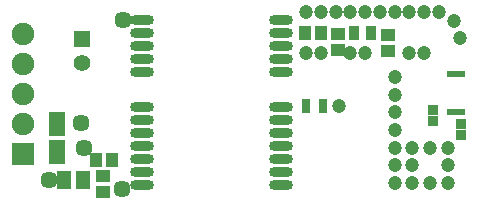
<source format=gts>
G04*
G04 #@! TF.GenerationSoftware,Altium Limited,Altium Designer,18.1.1 (9)*
G04*
G04 Layer_Color=8388736*
%FSLAX42Y42*%
%MOMM*%
G71*
G01*
G75*
%ADD10R,1.60X0.60*%
%ADD11R,1.60X0.60*%
%ADD12O,2.00X0.90*%
%ADD13R,0.84X0.84*%
%ADD14R,1.40X2.15*%
%ADD15R,1.20X1.65*%
%ADD16R,1.20X1.00*%
%ADD17R,1.00X1.20*%
%ADD18R,0.80X1.15*%
%ADD19R,0.94X1.22*%
%ADD20C,1.40*%
%ADD21R,1.40X1.40*%
%ADD22R,1.91X1.91*%
%ADD23C,1.91*%
%ADD24C,1.45*%
%ADD25C,1.20*%
D10*
X-80Y-400D02*
D03*
D11*
Y-80D02*
D03*
D12*
X-2740Y385D02*
D03*
Y275D02*
D03*
Y165D02*
D03*
Y55D02*
D03*
Y-55D02*
D03*
Y-355D02*
D03*
Y-465D02*
D03*
Y-575D02*
D03*
Y-685D02*
D03*
Y-795D02*
D03*
Y-905D02*
D03*
Y-1015D02*
D03*
X-1560Y385D02*
D03*
Y275D02*
D03*
Y165D02*
D03*
Y55D02*
D03*
Y-55D02*
D03*
Y-355D02*
D03*
Y-465D02*
D03*
Y-575D02*
D03*
Y-685D02*
D03*
Y-795D02*
D03*
Y-905D02*
D03*
Y-1015D02*
D03*
D13*
X-40Y-498D02*
D03*
Y-590D02*
D03*
X-280Y-470D02*
D03*
Y-378D02*
D03*
D14*
X-3460Y-495D02*
D03*
Y-740D02*
D03*
D15*
X-3240Y-970D02*
D03*
X-3400D02*
D03*
D16*
X-3070Y-1077D02*
D03*
Y-943D02*
D03*
X-660Y120D02*
D03*
Y255D02*
D03*
X-1080Y130D02*
D03*
Y265D02*
D03*
D17*
X-3127Y-800D02*
D03*
X-2992D02*
D03*
X-1223Y270D02*
D03*
X-1357D02*
D03*
D18*
X-1355Y-350D02*
D03*
X-1205D02*
D03*
D19*
X-797Y270D02*
D03*
X-944D02*
D03*
D20*
X-3250Y20D02*
D03*
D21*
Y220D02*
D03*
D22*
X-3750Y-750D02*
D03*
D23*
Y-496D02*
D03*
Y-242D02*
D03*
Y12D02*
D03*
Y266D02*
D03*
D24*
X-3228Y-700D02*
D03*
X-2900Y380D02*
D03*
X-2906Y-1046D02*
D03*
X-3530Y-970D02*
D03*
X-3260Y-490D02*
D03*
D25*
X-450Y-850D02*
D03*
Y-1000D02*
D03*
X-600Y-850D02*
D03*
Y-1000D02*
D03*
Y-700D02*
D03*
X-300Y-1000D02*
D03*
X-150D02*
D03*
Y-850D02*
D03*
Y-700D02*
D03*
X-300D02*
D03*
X-450D02*
D03*
X-600Y-550D02*
D03*
Y-400D02*
D03*
Y-250D02*
D03*
Y-100D02*
D03*
X-1070Y-350D02*
D03*
X-225Y450D02*
D03*
X-100Y375D02*
D03*
X-50Y225D02*
D03*
X-350Y450D02*
D03*
X-475D02*
D03*
X-600D02*
D03*
X-725D02*
D03*
X-850D02*
D03*
X-975D02*
D03*
X-1100D02*
D03*
X-1225D02*
D03*
X-1350D02*
D03*
X-350Y100D02*
D03*
X-475D02*
D03*
X-850D02*
D03*
X-975D02*
D03*
X-1225D02*
D03*
X-1350D02*
D03*
M02*

</source>
